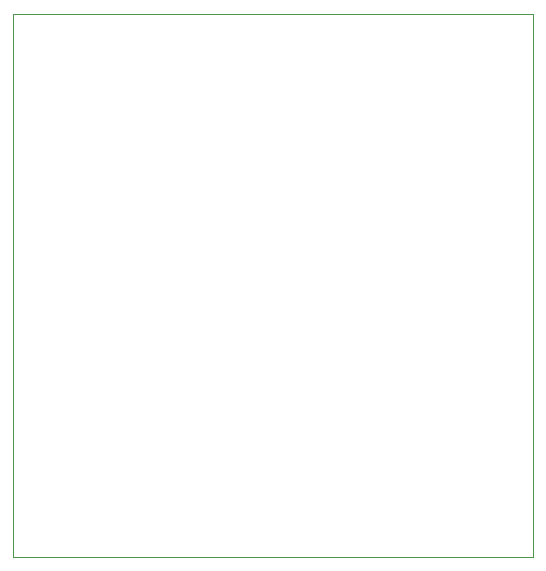
<source format=gbr>
G04 #@! TF.GenerationSoftware,KiCad,Pcbnew,8.0.5*
G04 #@! TF.CreationDate,2024-09-27T19:55:37-03:00*
G04 #@! TF.ProjectId,ponte_h,706f6e74-655f-4682-9e6b-696361645f70,rev?*
G04 #@! TF.SameCoordinates,Original*
G04 #@! TF.FileFunction,Profile,NP*
%FSLAX46Y46*%
G04 Gerber Fmt 4.6, Leading zero omitted, Abs format (unit mm)*
G04 Created by KiCad (PCBNEW 8.0.5) date 2024-09-27 19:55:37*
%MOMM*%
%LPD*%
G01*
G04 APERTURE LIST*
G04 #@! TA.AperFunction,Profile*
%ADD10C,0.050000*%
G04 #@! TD*
G04 APERTURE END LIST*
D10*
X118000000Y-76000000D02*
X162000000Y-76000000D01*
X162000000Y-122000000D01*
X118000000Y-122000000D01*
X118000000Y-76000000D01*
M02*

</source>
